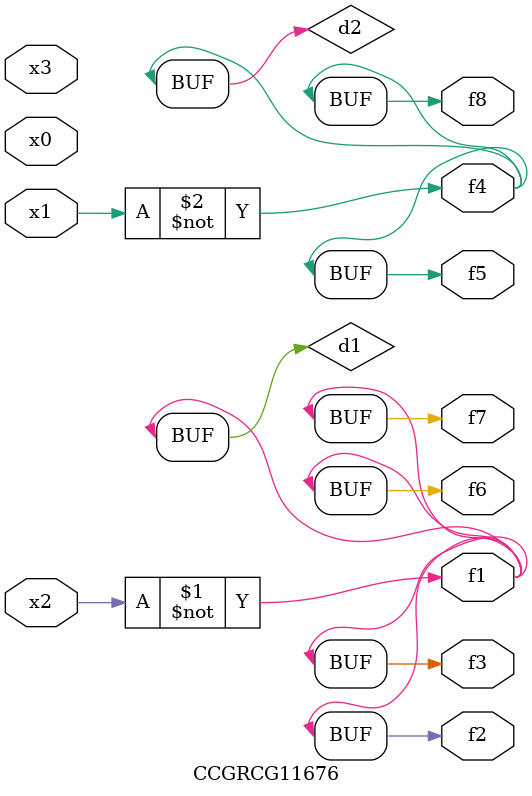
<source format=v>
module CCGRCG11676(
	input x0, x1, x2, x3,
	output f1, f2, f3, f4, f5, f6, f7, f8
);

	wire d1, d2;

	xnor (d1, x2);
	not (d2, x1);
	assign f1 = d1;
	assign f2 = d1;
	assign f3 = d1;
	assign f4 = d2;
	assign f5 = d2;
	assign f6 = d1;
	assign f7 = d1;
	assign f8 = d2;
endmodule

</source>
